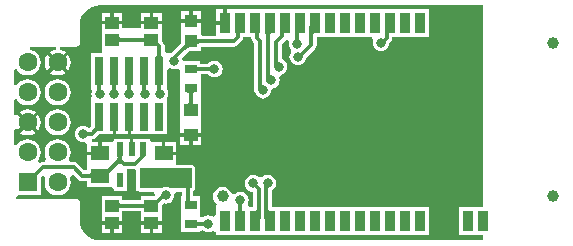
<source format=gbr>
%TF.GenerationSoftware,Altium Limited,Altium Designer,22.7.1 (60)*%
G04 Layer_Physical_Order=1*
G04 Layer_Color=255*
%FSLAX45Y45*%
%MOMM*%
%TF.SameCoordinates,4B427231-4539-4B88-BEA9-E7C0DB0DE592*%
%TF.FilePolarity,Positive*%
%TF.FileFunction,Copper,L1,Top,Signal*%
%TF.Part,Single*%
G01*
G75*
%TA.AperFunction,SMDPad,CuDef*%
%ADD10R,1.00000X0.80010*%
%ADD11R,1.50012X1.29997*%
%ADD12R,1.19990X1.10007*%
G04:AMPARAMS|DCode=13|XSize=1mm|YSize=1mm|CornerRadius=0.5mm|HoleSize=0mm|Usage=FLASHONLY|Rotation=0.000|XOffset=0mm|YOffset=0mm|HoleType=Round|Shape=RoundedRectangle|*
%AMROUNDEDRECTD13*
21,1,1.00000,0.00000,0,0,0.0*
21,1,0.00000,1.00000,0,0,0.0*
1,1,1.00000,0.00000,0.00000*
1,1,1.00000,0.00000,0.00000*
1,1,1.00000,0.00000,0.00000*
1,1,1.00000,0.00000,0.00000*
%
%ADD13ROUNDEDRECTD13*%
%ADD14R,1.08001X1.05004*%
%ADD15R,0.54991X1.19990*%
%ADD16R,0.94005X1.80010*%
%TA.AperFunction,ConnectorPad*%
%ADD17R,1.15011X1.05004*%
%TA.AperFunction,SMDPad,CuDef*%
%ADD18R,1.15011X1.05004*%
%ADD19R,0.75997X2.40005*%
%TA.AperFunction,Conductor*%
%ADD20C,0.30000*%
%TA.AperFunction,ComponentPad*%
%ADD21R,1.60000X1.60000*%
%ADD22C,1.60000*%
%TA.AperFunction,ViaPad*%
%ADD23C,0.80000*%
G36*
X4007612Y310022D02*
X3803000D01*
Y70013D01*
X4007612D01*
Y30588D01*
X758632D01*
X728277Y33577D01*
X725608Y34108D01*
X696418Y42963D01*
X693906Y44004D01*
X667003Y58384D01*
X664743Y59893D01*
X641164Y79244D01*
X639238Y81170D01*
X619888Y104749D01*
X618377Y107010D01*
X603998Y133912D01*
X602957Y136425D01*
X594102Y165615D01*
X593571Y168283D01*
X590581Y198638D01*
Y350012D01*
X588253Y361717D01*
X581623Y371641D01*
X571699Y378271D01*
X559994Y380600D01*
X54409D01*
X51702Y384709D01*
X52607Y390530D01*
X65171Y409710D01*
X259707D01*
Y564823D01*
X277095Y582210D01*
X283065Y581225D01*
X298569Y553326D01*
X296539Y548425D01*
X292759Y519709D01*
X296539Y490994D01*
X307623Y464235D01*
X325255Y441257D01*
X348233Y423625D01*
X374992Y412541D01*
X403708Y408760D01*
X432423Y412541D01*
X459182Y423625D01*
X482160Y441257D01*
X499792Y464235D01*
X510876Y490994D01*
X514657Y519709D01*
X510876Y548425D01*
X507037Y557693D01*
X522119Y585521D01*
X532825Y587289D01*
X577552Y542562D01*
X592437Y532616D01*
X609995Y529124D01*
X654987D01*
Y480007D01*
X864999D01*
X877504Y460186D01*
Y449984D01*
X992495D01*
Y629118D01*
X1060000D01*
X1066794Y623543D01*
Y472389D01*
X1067496Y468860D01*
Y449984D01*
X1076915D01*
X1085676Y444130D01*
X1097382Y441802D01*
X1217723D01*
X1230073Y416802D01*
X1221047Y405006D01*
X1109977D01*
Y368385D01*
X950013D01*
Y405006D01*
X775002D01*
Y240002D01*
Y192521D01*
X950013D01*
Y240002D01*
Y276622D01*
X1109977D01*
Y240002D01*
Y192521D01*
X1284989D01*
Y240002D01*
Y323791D01*
X1288783Y327878D01*
X1305337Y341332D01*
X1319987Y339403D01*
X1338261Y341809D01*
X1355289Y348862D01*
X1369912Y360082D01*
X1381132Y374705D01*
X1388185Y391733D01*
X1390591Y410007D01*
X1389696Y416801D01*
X1407049Y441802D01*
X1459118D01*
Y400027D01*
X1449995D01*
Y371273D01*
X1449712Y369893D01*
X1449995Y368430D01*
Y265007D01*
X1449994Y260017D01*
Y240007D01*
X1449995Y235017D01*
Y99997D01*
X1609994D01*
Y105190D01*
X1617995Y111120D01*
X1634994Y116309D01*
X1644705Y108858D01*
X1661733Y101804D01*
X1680007Y99398D01*
X1698280Y101804D01*
X1715309Y108858D01*
X1718009Y110929D01*
X1743009Y98601D01*
Y70013D01*
X3548014D01*
Y310022D01*
X2215882D01*
Y449302D01*
X2229930Y460082D01*
X2241150Y474705D01*
X2248204Y491733D01*
X2250610Y510007D01*
X2248204Y528280D01*
X2241150Y545309D01*
X2229930Y559931D01*
X2215308Y571151D01*
X2198279Y578205D01*
X2180006Y580610D01*
X2161732Y578205D01*
X2144704Y571151D01*
X2137223Y565411D01*
X2119998Y561954D01*
X2102774Y565411D01*
X2095293Y571151D01*
X2078264Y578205D01*
X2059991Y580610D01*
X2041717Y578205D01*
X2024689Y571151D01*
X2010066Y559931D01*
X1998846Y545309D01*
X1991793Y528280D01*
X1989387Y510007D01*
X1991793Y491733D01*
X1998846Y474705D01*
X2010066Y460082D01*
X2024689Y448862D01*
X2041717Y441809D01*
X2059119Y439518D01*
Y310022D01*
X2023730D01*
X2011153Y334700D01*
X2018207Y351728D01*
X2020613Y370002D01*
X2018207Y388275D01*
X2011153Y405304D01*
X1999933Y419926D01*
X1985311Y431146D01*
X1968282Y438200D01*
X1950009Y440606D01*
X1931735Y438200D01*
X1914707Y431146D01*
X1902986Y422153D01*
X1894723Y421734D01*
X1894417Y421787D01*
X1874912Y428188D01*
X1869876Y440344D01*
X1857053Y457056D01*
X1840342Y469879D01*
X1820881Y477940D01*
X1799996Y480689D01*
X1779112Y477940D01*
X1759651Y469879D01*
X1742940Y457056D01*
X1730117Y440344D01*
X1722056Y420883D01*
X1719306Y399999D01*
X1722056Y379115D01*
X1730117Y359654D01*
X1742940Y342943D01*
X1753262Y335022D01*
X1745415Y310022D01*
X1743009D01*
Y241404D01*
X1718009Y229075D01*
X1715309Y231147D01*
X1698280Y238200D01*
X1680007Y240606D01*
X1661733Y238200D01*
X1644705Y231147D01*
X1634994Y223696D01*
X1617995Y228885D01*
X1609994Y234814D01*
X1609994Y240007D01*
Y260017D01*
X1609994Y265007D01*
Y400027D01*
X1550882D01*
Y445173D01*
X1559243Y450760D01*
X1565874Y460684D01*
X1568202Y472389D01*
Y637616D01*
X1565874Y649322D01*
X1559243Y659245D01*
X1549320Y665875D01*
X1537614Y668204D01*
X1405004D01*
Y749997D01*
X1299997D01*
Y764997D01*
X1284997D01*
Y859996D01*
X1194992D01*
X1182487Y879816D01*
Y890019D01*
X1044995D01*
Y800024D01*
X1014995D01*
Y890019D01*
X877504D01*
Y879816D01*
X864999Y859996D01*
X774993D01*
Y764997D01*
X759993D01*
Y749997D01*
X654987D01*
Y669999D01*
Y620887D01*
X629000D01*
X570734Y679153D01*
X555849Y689098D01*
X538291Y692591D01*
X511627D01*
X499298Y717591D01*
X499792Y718235D01*
X510876Y744994D01*
X514657Y773709D01*
X510876Y802425D01*
X499792Y829184D01*
X482160Y852162D01*
X459182Y869794D01*
X432423Y880878D01*
X403708Y884658D01*
X374992Y880878D01*
X348233Y869794D01*
X325255Y852162D01*
X307623Y829184D01*
X296539Y802425D01*
X292759Y773709D01*
X296539Y744994D01*
X307623Y718235D01*
X308117Y717591D01*
X295788Y692591D01*
X276708D01*
X259149Y689098D01*
X250525Y683336D01*
X233204Y701829D01*
X245792Y718235D01*
X256876Y744994D01*
X260657Y773709D01*
X256876Y802425D01*
X245792Y829184D01*
X228160Y852162D01*
X205182Y869794D01*
X178423Y880878D01*
X149708Y884658D01*
X120992Y880878D01*
X94233Y869794D01*
X71255Y852162D01*
X55588Y831744D01*
X46907Y831991D01*
X30588Y838813D01*
Y962606D01*
X46907Y969428D01*
X55588Y969674D01*
X62045Y961260D01*
X128495Y1027709D01*
X62045Y1094159D01*
X55588Y1085744D01*
X46907Y1085991D01*
X30588Y1092813D01*
Y1216606D01*
X46907Y1223428D01*
X55588Y1223674D01*
X71255Y1203257D01*
X94233Y1185625D01*
X120992Y1174541D01*
X149708Y1170760D01*
X178423Y1174541D01*
X205182Y1185625D01*
X228160Y1203257D01*
X245792Y1226235D01*
X256876Y1252994D01*
X260657Y1281709D01*
X256876Y1310425D01*
X245792Y1337184D01*
X228160Y1360162D01*
X205182Y1377794D01*
X178423Y1388878D01*
X149708Y1392658D01*
X120992Y1388878D01*
X94233Y1377794D01*
X71255Y1360162D01*
X55588Y1339744D01*
X46907Y1339991D01*
X30588Y1346813D01*
Y1470606D01*
X46907Y1477428D01*
X55588Y1477674D01*
X71255Y1457257D01*
X94233Y1439625D01*
X120992Y1428541D01*
X149708Y1424760D01*
X178423Y1428541D01*
X205182Y1439625D01*
X228160Y1457257D01*
X245792Y1480235D01*
X256876Y1506994D01*
X260657Y1535709D01*
X256876Y1564425D01*
X245792Y1591184D01*
X228160Y1614162D01*
X205182Y1631794D01*
X178423Y1642878D01*
X166794Y1644409D01*
X168432Y1669409D01*
X384983D01*
X386622Y1644409D01*
X374992Y1642878D01*
X348233Y1631794D01*
X337258Y1623372D01*
X403708Y1556922D01*
X470157Y1623372D01*
X459182Y1631794D01*
X432423Y1642878D01*
X420794Y1644409D01*
X422432Y1669409D01*
X559994D01*
X571699Y1671737D01*
X581623Y1678368D01*
X588253Y1688291D01*
X590581Y1699997D01*
Y1851371D01*
X593571Y1881725D01*
X594102Y1884395D01*
X602956Y1913583D01*
X603998Y1916097D01*
X618377Y1942998D01*
X619888Y1945260D01*
X639237Y1968837D01*
X641166Y1970766D01*
X664741Y1990113D01*
X667005Y1991626D01*
X693903Y2006004D01*
X696421Y2007047D01*
X725607Y2015900D01*
X728278Y2016431D01*
X758632Y2019421D01*
X4007612D01*
Y310022D01*
D02*
G37*
G36*
X942630Y742719D02*
X942870Y740559D01*
X955334Y740639D01*
X952880Y740341D01*
X950684Y739483D01*
X948747Y738064D01*
X947067Y736083D01*
X945647Y733542D01*
X944550Y730614D01*
X945812Y726037D01*
X947721Y720828D01*
X950054Y715794D01*
X952812Y710936D01*
X955994Y706254D01*
X959600Y701748D01*
X963631Y697418D01*
X948631Y669991D01*
X944388Y673810D01*
X940146Y676779D01*
X935903Y678901D01*
X931660Y680174D01*
X927418Y680598D01*
X923175Y680174D01*
X918932Y678901D01*
X914690Y676779D01*
X910447Y673810D01*
X906205Y669991D01*
X891205Y697418D01*
X895235Y701748D01*
X898841Y706254D01*
X902023Y710936D01*
X904781Y715794D01*
X907115Y720828D01*
X909024Y726037D01*
X910509Y731422D01*
X911066Y734344D01*
X910758Y735867D01*
X910159Y737821D01*
X909468Y739217D01*
X908684Y740055D01*
X907809Y740334D01*
X911944Y740360D01*
X912206Y742719D01*
X912418Y748631D01*
X942418D01*
X942630Y742719D01*
D02*
G37*
G36*
X855908Y619695D02*
X850831Y614409D01*
X842628Y604533D01*
X839501Y599943D01*
X837025Y595585D01*
X835198Y591458D01*
X834021Y587563D01*
X833494Y583900D01*
X833617Y580468D01*
X834390Y577268D01*
X812273Y639394D01*
X813685Y636834D01*
X815726Y635321D01*
X818397Y634855D01*
X821696Y635436D01*
X825624Y637064D01*
X830181Y639740D01*
X835367Y643462D01*
X841182Y648232D01*
X854699Y660912D01*
X855908Y619695D01*
D02*
G37*
G36*
X685292Y545005D02*
X684992Y547855D01*
X684092Y550405D01*
X682592Y552655D01*
X680492Y554605D01*
X677792Y556255D01*
X674492Y557605D01*
X670592Y558655D01*
X666092Y559405D01*
X660992Y559855D01*
X655292Y560005D01*
Y590005D01*
X660992Y590155D01*
X666092Y590605D01*
X670592Y591355D01*
X674492Y592405D01*
X677792Y593755D01*
X680492Y595405D01*
X682592Y597355D01*
X684092Y599605D01*
X684992Y602155D01*
X685292Y605005D01*
Y545005D01*
D02*
G37*
G36*
X1537614Y472389D02*
X1352301D01*
X1338261Y478205D01*
X1319987Y480611D01*
X1301714Y478205D01*
X1287674Y472389D01*
X1097382D01*
Y637616D01*
X1537614D01*
Y472389D01*
D02*
G37*
G36*
X1520150Y393979D02*
X1520600Y388839D01*
X1521350Y384302D01*
X1522400Y380368D01*
X1523750Y377036D01*
X1525400Y374307D01*
X1527350Y372180D01*
X1529600Y370657D01*
X1532150Y369736D01*
X1535000Y369418D01*
X1480299Y369722D01*
X1482142Y370022D01*
X1483792Y370922D01*
X1485247Y372422D01*
X1486508Y374522D01*
X1487575Y377223D01*
X1488448Y380522D01*
X1489127Y384422D01*
X1489612Y388922D01*
X1490000Y399722D01*
X1520000D01*
X1520150Y393979D01*
D02*
G37*
G36*
X1140587Y292504D02*
X1140284Y295354D01*
X1139375Y297904D01*
X1137860Y300154D01*
X1135738Y302104D01*
X1133011Y303754D01*
X1129677Y305104D01*
X1125738Y306154D01*
X1121192Y306904D01*
X1116040Y307354D01*
X1110282Y307504D01*
Y337504D01*
X1116040Y337654D01*
X1121192Y338104D01*
X1125738Y338854D01*
X1129677Y339904D01*
X1133011Y341254D01*
X1135738Y342904D01*
X1137860Y344854D01*
X1139375Y347104D01*
X1140284Y349654D01*
X1140587Y352504D01*
Y292504D01*
D02*
G37*
G36*
X919707Y349654D02*
X920616Y347104D01*
X922131Y344854D01*
X924253Y342904D01*
X926980Y341254D01*
X930314Y339904D01*
X934253Y338854D01*
X938799Y338104D01*
X943951Y337654D01*
X949709Y337504D01*
Y307504D01*
X943951Y307354D01*
X938799Y306904D01*
X934253Y306154D01*
X930314Y305104D01*
X926980Y303754D01*
X924253Y302104D01*
X922131Y300154D01*
X920616Y297904D01*
X919707Y295354D01*
X919404Y292504D01*
Y352504D01*
X919707Y349654D01*
D02*
G37*
G36*
X2185150Y303978D02*
X2185600Y298840D01*
X2186350Y294304D01*
X2187400Y290371D01*
X2188750Y287039D01*
X2190400Y284310D01*
X2192350Y282182D01*
X2194600Y280657D01*
X2197150Y279734D01*
X2200000Y279413D01*
X2154314Y279718D01*
X2154444Y280017D01*
X2154561Y280917D01*
X2154664Y282418D01*
X2154993Y304017D01*
X2155000Y309717D01*
X2185000D01*
X2185150Y303978D01*
D02*
G37*
G36*
X2120709Y279718D02*
X2075000Y279413D01*
X2077850Y279734D01*
X2080400Y280657D01*
X2082650Y282182D01*
X2084600Y284310D01*
X2086250Y287039D01*
X2087600Y290371D01*
X2088650Y294304D01*
X2089400Y298840D01*
X2089850Y303978D01*
X2090000Y309717D01*
X2120000D01*
X2120709Y279718D01*
D02*
G37*
%LPC*%
G36*
X1613995Y1970001D02*
X1544994D01*
Y1902499D01*
X1613995D01*
Y1970001D01*
D02*
G37*
G36*
X1514994D02*
X1445994D01*
Y1902499D01*
X1514994D01*
Y1970001D01*
D02*
G37*
G36*
X1284989Y1954990D02*
X1212483D01*
Y1887488D01*
X1284989D01*
Y1954990D01*
D02*
G37*
G36*
X950013D02*
X877508D01*
Y1887488D01*
X950013D01*
Y1954990D01*
D02*
G37*
G36*
X1182483D02*
X1109977D01*
Y1887488D01*
X1182483D01*
Y1954990D01*
D02*
G37*
G36*
X847508D02*
X775002D01*
Y1887488D01*
X847508D01*
Y1954990D01*
D02*
G37*
G36*
X1805012Y1990004D02*
X1743009D01*
Y1884999D01*
X1805012D01*
Y1990004D01*
D02*
G37*
G36*
X3548014D02*
X1835012D01*
Y1869999D01*
X1820012D01*
Y1854999D01*
X1743009D01*
Y1758375D01*
X1631672D01*
X1613995Y1776053D01*
X1613995Y1794995D01*
X1613995Y1819995D01*
Y1872499D01*
X1529994D01*
X1445994D01*
Y1819995D01*
X1445994Y1804998D01*
X1445994Y1779997D01*
Y1694492D01*
X1439790Y1687196D01*
X1370287Y1617717D01*
X1357004Y1612215D01*
X1332004Y1614999D01*
X1332004D01*
X1309887Y1621959D01*
Y1670990D01*
X1306395Y1688548D01*
X1296449Y1703433D01*
X1285000Y1714882D01*
Y1825000D01*
X1284989D01*
Y1857488D01*
X1197483D01*
X1109977D01*
Y1825000D01*
X950013D01*
Y1857488D01*
X862508D01*
X775002D01*
Y1789986D01*
Y1645003D01*
Y1614998D01*
X688007D01*
Y1314994D01*
X688007D01*
X692508Y1289994D01*
X691795Y1288274D01*
X689390Y1270000D01*
X691795Y1251726D01*
X692508Y1250006D01*
X688007Y1225006D01*
X688007D01*
Y996144D01*
X682552Y991252D01*
X667667Y981643D01*
X655291Y991140D01*
X638262Y998194D01*
X619989Y1000599D01*
X601715Y998194D01*
X584687Y991140D01*
X570064Y979920D01*
X558844Y965298D01*
X551791Y948269D01*
X549385Y929996D01*
X551791Y911722D01*
X558844Y894694D01*
X570064Y880071D01*
X584687Y868851D01*
X601715Y861798D01*
X619989Y859392D01*
X630299Y860749D01*
X649389Y848404D01*
X654987Y841666D01*
Y779997D01*
X744993D01*
Y859996D01*
X696890D01*
X694428Y884996D01*
X707554Y887607D01*
X722439Y897552D01*
X749888Y925002D01*
X868006D01*
Y1075004D01*
X898006D01*
Y925002D01*
X995006D01*
Y1075004D01*
X1025006D01*
Y925002D01*
X1332004D01*
Y1225006D01*
X1332004Y1225006D01*
X1336683Y1248068D01*
X1338198Y1251726D01*
X1340604Y1270000D01*
X1338198Y1288274D01*
X1337157Y1290788D01*
X1332004Y1314994D01*
X1332004D01*
X1332004Y1314994D01*
Y1474860D01*
X1347810Y1484690D01*
X1357004Y1488007D01*
X1371716Y1481913D01*
X1389990Y1479507D01*
X1408263Y1481913D01*
X1417347Y1485676D01*
X1437163Y1472846D01*
X1439999Y1468996D01*
X1440000Y965000D01*
Y934988D01*
X1529994D01*
X1619989D01*
Y1004992D01*
X1619989D01*
Y1044992D01*
X1619989D01*
Y1214999D01*
X1619989D01*
Y1434126D01*
X1676967D01*
X1680070Y1430083D01*
X1694692Y1418863D01*
X1711720Y1411809D01*
X1729994Y1409403D01*
X1748268Y1411809D01*
X1765296Y1418863D01*
X1779918Y1430083D01*
X1791139Y1444705D01*
X1798192Y1461734D01*
X1800598Y1480007D01*
X1798192Y1498281D01*
X1791139Y1515309D01*
X1779918Y1529932D01*
X1765296Y1541152D01*
X1748268Y1548205D01*
X1729994Y1550611D01*
X1711720Y1548205D01*
X1694692Y1541152D01*
X1680070Y1529932D01*
X1676967Y1525889D01*
X1609994D01*
Y1550012D01*
X1460681D01*
X1460593Y1550111D01*
X1458188Y1568385D01*
X1456005Y1573655D01*
X1504876Y1622509D01*
X1509595Y1626893D01*
X1513225Y1629802D01*
X1513495Y1629992D01*
X1613995D01*
Y1666612D01*
X1892503D01*
X1910061Y1670104D01*
X1924946Y1680050D01*
X1962443Y1717547D01*
X1972389Y1732432D01*
X1975881Y1749990D01*
Y1749994D01*
X2044118D01*
Y1740000D01*
X2047611Y1722442D01*
X2057557Y1707557D01*
X2069119Y1695995D01*
Y1299998D01*
X2069665Y1297252D01*
X2071695Y1281832D01*
X2078748Y1264803D01*
X2089968Y1250181D01*
X2104591Y1238961D01*
X2121619Y1231907D01*
X2139893Y1229501D01*
X2158166Y1231907D01*
X2175195Y1238961D01*
X2189817Y1250181D01*
X2201038Y1264803D01*
X2208091Y1281832D01*
X2210497Y1300105D01*
X2230717Y1314590D01*
X2247745Y1321643D01*
X2262368Y1332863D01*
X2273588Y1347486D01*
X2280641Y1364514D01*
X2283047Y1382788D01*
X2280641Y1401061D01*
X2279092Y1404801D01*
X2292035Y1430749D01*
X2293786Y1431951D01*
X2294019Y1431982D01*
X2311047Y1439035D01*
X2325670Y1450255D01*
X2336890Y1464878D01*
X2343943Y1481906D01*
X2346349Y1500180D01*
X2343943Y1518453D01*
X2336890Y1535482D01*
X2325670Y1550104D01*
X2311047Y1561325D01*
X2300882Y1565535D01*
Y1690995D01*
X2332443Y1722557D01*
X2337981Y1730844D01*
X2344279Y1731305D01*
X2361795Y1708262D01*
X2359389Y1689989D01*
X2361795Y1671715D01*
X2368848Y1654687D01*
X2380068Y1640065D01*
X2375137Y1615361D01*
X2368084Y1598333D01*
X2365678Y1580059D01*
X2368084Y1561786D01*
X2375137Y1544757D01*
X2386358Y1530135D01*
X2400980Y1518915D01*
X2418009Y1511861D01*
X2436282Y1509455D01*
X2454556Y1511861D01*
X2471584Y1518915D01*
X2486207Y1530135D01*
X2497427Y1544757D01*
X2504480Y1561786D01*
X2506422Y1576536D01*
X2582443Y1652557D01*
X2592389Y1667442D01*
X2595882Y1685000D01*
Y1749994D01*
X3058880D01*
X3062240Y1747522D01*
X3074586Y1724994D01*
X3071801Y1718270D01*
X3069395Y1699997D01*
X3071801Y1681723D01*
X3078854Y1664695D01*
X3090074Y1650072D01*
X3104697Y1638852D01*
X3121725Y1631799D01*
X3139999Y1629393D01*
X3158272Y1631799D01*
X3175301Y1638852D01*
X3189923Y1650072D01*
X3201143Y1664695D01*
X3208197Y1681723D01*
X3210407Y1698508D01*
X3222443Y1710544D01*
X3232389Y1725429D01*
X3235882Y1742987D01*
Y1749994D01*
X3548014D01*
Y1990004D01*
D02*
G37*
G36*
X316045Y1602159D02*
X307623Y1591184D01*
X296539Y1564425D01*
X292759Y1535709D01*
X296539Y1506994D01*
X307623Y1480235D01*
X316045Y1469260D01*
X382495Y1535709D01*
X316045Y1602159D01*
D02*
G37*
G36*
X491370D02*
X424921Y1535709D01*
X491371Y1469259D01*
X499792Y1480235D01*
X510876Y1506994D01*
X514657Y1535709D01*
X510876Y1564425D01*
X499792Y1591184D01*
X491370Y1602159D01*
D02*
G37*
G36*
X403708Y1514496D02*
X337258Y1448047D01*
X348233Y1439625D01*
X374992Y1428541D01*
X403708Y1424760D01*
X432423Y1428541D01*
X459182Y1439625D01*
X470158Y1448046D01*
X403708Y1514496D01*
D02*
G37*
G36*
Y1392658D02*
X374992Y1388878D01*
X348233Y1377794D01*
X325255Y1360162D01*
X307623Y1337184D01*
X296539Y1310425D01*
X292759Y1281709D01*
X296539Y1252994D01*
X307623Y1226235D01*
X325255Y1203257D01*
X348233Y1185625D01*
X374992Y1174541D01*
X403708Y1170760D01*
X432423Y1174541D01*
X459182Y1185625D01*
X482160Y1203257D01*
X499792Y1226235D01*
X510876Y1252994D01*
X514657Y1281709D01*
X510876Y1310425D01*
X499792Y1337184D01*
X482160Y1360162D01*
X459182Y1377794D01*
X432423Y1388878D01*
X403708Y1392658D01*
D02*
G37*
G36*
X149708Y1138658D02*
X120992Y1134878D01*
X94233Y1123794D01*
X83258Y1115372D01*
X149708Y1048922D01*
X216157Y1115372D01*
X205182Y1123794D01*
X178423Y1134878D01*
X149708Y1138658D01*
D02*
G37*
G36*
X237370Y1094159D02*
X170921Y1027709D01*
X237371Y961259D01*
X245792Y972235D01*
X256876Y998994D01*
X260657Y1027709D01*
X256876Y1056425D01*
X245792Y1083184D01*
X237370Y1094159D01*
D02*
G37*
G36*
X403708Y1138658D02*
X374992Y1134878D01*
X348233Y1123794D01*
X325255Y1106162D01*
X307623Y1083184D01*
X296539Y1056425D01*
X292759Y1027709D01*
X296539Y998994D01*
X307623Y972235D01*
X325255Y949257D01*
X348233Y931625D01*
X374992Y920541D01*
X403708Y916760D01*
X432423Y920541D01*
X459182Y931625D01*
X482160Y949257D01*
X499792Y972235D01*
X510876Y998994D01*
X514657Y1027709D01*
X510876Y1056425D01*
X499792Y1083184D01*
X482160Y1106162D01*
X459182Y1123794D01*
X432423Y1134878D01*
X403708Y1138658D01*
D02*
G37*
G36*
X149708Y1006496D02*
X83258Y940047D01*
X94233Y931625D01*
X120992Y920541D01*
X149708Y916760D01*
X178423Y920541D01*
X205182Y931625D01*
X216158Y940046D01*
X149708Y1006496D01*
D02*
G37*
G36*
X1619989Y904988D02*
X1544994D01*
Y834984D01*
X1619989D01*
Y904988D01*
D02*
G37*
G36*
X1514994D02*
X1440000D01*
Y834984D01*
X1514994D01*
Y904988D01*
D02*
G37*
G36*
X1314997Y859996D02*
Y779997D01*
X1405004D01*
Y859996D01*
X1314997D01*
D02*
G37*
G36*
X1284989Y162521D02*
X1212483D01*
Y95019D01*
X1284989D01*
Y162521D01*
D02*
G37*
G36*
X1182483D02*
X1109977D01*
Y95019D01*
X1182483D01*
Y162521D01*
D02*
G37*
G36*
X950013D02*
X877508D01*
Y95019D01*
X950013D01*
Y162521D01*
D02*
G37*
G36*
X847508D02*
X775002D01*
Y95019D01*
X847508D01*
Y162521D01*
D02*
G37*
%LPD*%
G36*
X2323342Y1780335D02*
X2321591Y1779557D01*
X2320046Y1778269D01*
X2318708Y1776473D01*
X2317575Y1774167D01*
X2316648Y1771352D01*
X2315927Y1768028D01*
X2315412Y1764194D01*
X2315103Y1759852D01*
X2315000Y1755000D01*
X2285000D01*
X2284963Y1759807D01*
X2284078Y1773974D01*
X2283673Y1776251D01*
X2283194Y1778022D01*
X2282641Y1779287D01*
X2282014Y1780046D01*
X2281314Y1780299D01*
X2325299Y1780604D01*
X2323342Y1780335D01*
D02*
G37*
G36*
X2577150Y1780282D02*
X2574600Y1779359D01*
X2572350Y1777833D01*
X2570400Y1775706D01*
X2568750Y1772976D01*
X2567400Y1769645D01*
X2566350Y1765711D01*
X2565600Y1761176D01*
X2565150Y1756038D01*
X2565000Y1750299D01*
X2535000D01*
X2535314Y1780299D01*
X2580000Y1780604D01*
X2577150Y1780282D01*
D02*
G37*
G36*
X2212150Y1780300D02*
X2209600Y1779391D01*
X2207350Y1777876D01*
X2205400Y1775755D01*
X2203750Y1773027D01*
X2202400Y1769694D01*
X2201350Y1765754D01*
X2200600Y1761209D01*
X2200150Y1756057D01*
X2200000Y1750299D01*
X2170000D01*
X2169850Y1756057D01*
X2169400Y1761209D01*
X2168650Y1765754D01*
X2167600Y1769694D01*
X2166250Y1773027D01*
X2164600Y1775755D01*
X2162650Y1777876D01*
X2160400Y1779391D01*
X2157850Y1780300D01*
X2155000Y1780604D01*
X2215000D01*
X2212150Y1780300D01*
D02*
G37*
G36*
X1140587Y1697505D02*
X1140284Y1700355D01*
X1139375Y1702905D01*
X1137860Y1705155D01*
X1135738Y1707105D01*
X1133011Y1708755D01*
X1129677Y1710105D01*
X1125738Y1711155D01*
X1121192Y1711905D01*
X1116040Y1712355D01*
X1110282Y1712505D01*
Y1742505D01*
X1116040Y1742655D01*
X1121192Y1743105D01*
X1125738Y1743855D01*
X1129677Y1744905D01*
X1133011Y1746255D01*
X1135738Y1747905D01*
X1137860Y1749855D01*
X1139375Y1752105D01*
X1140284Y1754655D01*
X1140587Y1757505D01*
Y1697505D01*
D02*
G37*
G36*
X919707Y1754655D02*
X920616Y1752105D01*
X922131Y1749855D01*
X924253Y1747905D01*
X926980Y1746255D01*
X930314Y1744905D01*
X934253Y1743855D01*
X938799Y1743105D01*
X943951Y1742655D01*
X949709Y1742505D01*
Y1712505D01*
X943951Y1712355D01*
X938799Y1711905D01*
X934253Y1711155D01*
X930314Y1710105D01*
X926980Y1708755D01*
X924253Y1707105D01*
X922131Y1705155D01*
X920616Y1702905D01*
X919707Y1700355D01*
X919404Y1697505D01*
Y1757505D01*
X919707Y1754655D01*
D02*
G37*
G36*
X1583688Y1739643D02*
X1584597Y1737093D01*
X1586113Y1734843D01*
X1588234Y1732893D01*
X1590962Y1731243D01*
X1594295Y1729893D01*
X1598235Y1728843D01*
X1602780Y1728093D01*
X1607932Y1727643D01*
X1613690Y1727493D01*
Y1697493D01*
X1607932Y1697343D01*
X1602780Y1696893D01*
X1598235Y1696143D01*
X1594295Y1695093D01*
X1590962Y1693743D01*
X1588234Y1692093D01*
X1586113Y1690143D01*
X1584597Y1687894D01*
X1583688Y1685343D01*
X1583385Y1682493D01*
Y1742493D01*
X1583688Y1739643D01*
D02*
G37*
G36*
X1520213Y1660601D02*
X1517840Y1662201D01*
X1515052Y1662968D01*
X1511848Y1662901D01*
X1508228Y1662000D01*
X1504193Y1660265D01*
X1499741Y1657697D01*
X1494874Y1654295D01*
X1489592Y1650059D01*
X1477779Y1639087D01*
X1455082Y1658817D01*
X1461119Y1665061D01*
X1470604Y1676215D01*
X1474051Y1681124D01*
X1476635Y1685588D01*
X1478355Y1689608D01*
X1479212Y1693182D01*
X1479206Y1696312D01*
X1478337Y1698996D01*
X1476604Y1701236D01*
X1520213Y1660601D01*
D02*
G37*
G36*
X1279156Y1608935D02*
X1279606Y1603783D01*
X1280356Y1599238D01*
X1281406Y1595298D01*
X1282756Y1591965D01*
X1284406Y1589237D01*
X1286356Y1587116D01*
X1288605Y1585601D01*
X1291156Y1584692D01*
X1294006Y1584389D01*
X1234006D01*
X1236856Y1584692D01*
X1239406Y1585601D01*
X1241656Y1587116D01*
X1243606Y1589237D01*
X1245256Y1591965D01*
X1246606Y1595298D01*
X1247656Y1599238D01*
X1248406Y1603783D01*
X1248856Y1608935D01*
X1249006Y1614693D01*
X1279006D01*
X1279156Y1608935D01*
D02*
G37*
G36*
X1579688Y1507157D02*
X1580597Y1504607D01*
X1582112Y1502357D01*
X1584234Y1500407D01*
X1586961Y1498757D01*
X1590295Y1497407D01*
X1594234Y1496357D01*
X1598780Y1495607D01*
X1603932Y1495157D01*
X1609689Y1495007D01*
Y1465007D01*
X1603932Y1464857D01*
X1598780Y1464407D01*
X1594234Y1463657D01*
X1590295Y1462607D01*
X1586961Y1461257D01*
X1584234Y1459607D01*
X1582112Y1457657D01*
X1580597Y1455407D01*
X1579688Y1452857D01*
X1579385Y1450007D01*
Y1510007D01*
X1579688Y1507157D01*
D02*
G37*
G36*
X1557144Y1280289D02*
X1554594Y1279380D01*
X1552344Y1277864D01*
X1550394Y1275743D01*
X1548744Y1273015D01*
X1547394Y1269682D01*
X1546344Y1265742D01*
X1545594Y1261197D01*
X1545144Y1256045D01*
X1544994Y1250287D01*
X1514994D01*
X1514844Y1256045D01*
X1514394Y1261197D01*
X1513644Y1265742D01*
X1512594Y1269682D01*
X1511244Y1273015D01*
X1509594Y1275743D01*
X1507644Y1277864D01*
X1505394Y1279380D01*
X1502844Y1280289D01*
X1499994Y1280592D01*
X1559994D01*
X1557144Y1280289D01*
D02*
G37*
G36*
X1545144Y1208936D02*
X1545594Y1203784D01*
X1546344Y1199239D01*
X1547394Y1195299D01*
X1548744Y1191966D01*
X1550394Y1189238D01*
X1552344Y1187117D01*
X1554594Y1185601D01*
X1557144Y1184692D01*
X1559994Y1184389D01*
X1499994D01*
X1502844Y1184692D01*
X1505394Y1185601D01*
X1507644Y1187117D01*
X1509594Y1189238D01*
X1511244Y1191966D01*
X1512594Y1195299D01*
X1513644Y1199239D01*
X1514394Y1203784D01*
X1514844Y1208936D01*
X1514994Y1214694D01*
X1544994D01*
X1545144Y1208936D01*
D02*
G37*
D10*
X1529994Y170002D02*
D03*
Y330022D02*
D03*
Y1480007D02*
D03*
Y1319987D02*
D03*
D11*
X1299997Y764997D02*
D03*
Y575005D02*
D03*
X759993Y764997D02*
D03*
Y575005D02*
D03*
D12*
X1529994Y1129995D02*
D03*
Y919988D02*
D03*
D13*
X1799996Y399999D02*
D03*
X4599991D02*
D03*
Y1699997D02*
D03*
D14*
X1529994Y1712493D02*
D03*
Y1887499D02*
D03*
D15*
X1124991Y539979D02*
D03*
X934999D02*
D03*
Y800024D02*
D03*
X1029995D02*
D03*
X1124991D02*
D03*
D16*
X3471012Y190017D02*
D03*
Y1869999D02*
D03*
X4007002Y190017D02*
D03*
X3880002D02*
D03*
X3344012D02*
D03*
X3217012D02*
D03*
X3090012D02*
D03*
X2963012D02*
D03*
X2836012D02*
D03*
X2709012D02*
D03*
X2582012D02*
D03*
X2455012D02*
D03*
X2328012D02*
D03*
X2201012D02*
D03*
X2074012D02*
D03*
X1947012D02*
D03*
X1820012D02*
D03*
X3344012Y1869999D02*
D03*
X3217012D02*
D03*
X3090012D02*
D03*
X2963012D02*
D03*
X2836012D02*
D03*
X2709012D02*
D03*
X2582012D02*
D03*
X2455012D02*
D03*
X2328012D02*
D03*
X2201012D02*
D03*
X2074012D02*
D03*
X1947012D02*
D03*
X1820012D02*
D03*
D17*
X1197483Y322504D02*
D03*
Y177521D02*
D03*
X862508D02*
D03*
Y322504D02*
D03*
D18*
Y1727505D02*
D03*
Y1872488D02*
D03*
X1197483D02*
D03*
Y1727505D02*
D03*
D19*
X1264006Y1464996D02*
D03*
Y1075004D02*
D03*
X1137006Y1464996D02*
D03*
Y1075004D02*
D03*
X1010006Y1464996D02*
D03*
Y1075004D02*
D03*
X883006Y1464996D02*
D03*
Y1075004D02*
D03*
X756006Y1464996D02*
D03*
Y1075004D02*
D03*
D20*
X1930000Y1749990D02*
Y1852987D01*
X1892503Y1712493D02*
X1930000Y1749990D01*
Y1852987D02*
X1947012Y1869999D01*
X1389990Y1550111D02*
Y1572538D01*
X1529994Y1712493D01*
X2434267Y1578044D02*
X2436282Y1580059D01*
X2185000Y1380008D02*
Y1853987D01*
X2434267Y1575000D02*
X2440000D01*
X2434267D02*
Y1578044D01*
X2255000Y1500180D02*
X2275746D01*
X2255000D02*
Y1710000D01*
X2210003Y1380348D02*
X2212443Y1382788D01*
X2210003Y1380007D02*
Y1380348D01*
X2139893Y1299997D02*
Y1300105D01*
X2115000Y1299997D02*
X2139893D01*
X880008Y1270000D02*
X880105Y1269903D01*
X2440000Y1575000D02*
X2550000Y1685000D01*
X2429993Y1689989D02*
Y1844980D01*
X1529994Y1480007D02*
X1729994D01*
X2185000Y1380007D02*
X2210003D01*
X3147009Y1699997D02*
X3190000Y1742987D01*
Y1842987D01*
X3217012Y1869999D01*
X3139999Y1699997D02*
X3147009D01*
X2550000Y1837987D02*
X2582012Y1869999D01*
X2550000Y1685000D02*
Y1837987D01*
X2429993Y1844980D02*
X2455012Y1869999D01*
X2115000Y1299998D02*
Y1715000D01*
Y1299998D02*
X2115000Y1299997D01*
X2185000Y1380008D02*
X2185000Y1380007D01*
X2185000Y1853987D02*
X2201012Y1869999D01*
X2090000Y1740000D02*
X2115000Y1715000D01*
X2074012Y1869999D02*
X2090000Y1854011D01*
Y1740000D02*
Y1854011D01*
X2255000Y1710000D02*
X2300000Y1755000D01*
Y1841987D02*
X2328012Y1869999D01*
X2300000Y1755000D02*
Y1841987D01*
X2170000Y220984D02*
X2201012Y189992D01*
X2170000Y500001D02*
X2180006Y510007D01*
X2170000Y220984D02*
Y500001D01*
X2059991Y510007D02*
X2105000Y464997D01*
X2074012Y189992D02*
X2105000Y220981D01*
Y464997D01*
X1505000Y354991D02*
X1529994Y329997D01*
X1470000Y570001D02*
X1505000Y535001D01*
Y354991D02*
Y535001D01*
X1197508Y322504D02*
X1212504D01*
X1300007Y410007D02*
X1319987D01*
X1212504Y322504D02*
X1300007Y410007D01*
X927418Y712418D02*
X964836Y675000D01*
X1060000D02*
X1124991Y739991D01*
X964836Y675000D02*
X1060000D01*
X790005Y575005D02*
X927418Y712418D01*
Y792442D01*
X934999Y800024D01*
X1124991Y739991D02*
Y799998D01*
X759993Y575005D02*
X790005D01*
X619989Y929996D02*
X689996D01*
X756006Y996006D02*
Y1075004D01*
X689996Y929996D02*
X756006Y996006D01*
X276708Y646709D02*
X538291D01*
X609995Y575005D02*
X759993D01*
X538291Y646709D02*
X609995Y575005D01*
X149708Y519709D02*
X276708Y646709D01*
X1529994Y1712493D02*
X1892503D01*
X1529994Y1129995D02*
Y1319987D01*
X1950009Y177013D02*
Y370002D01*
X1947012Y189992D02*
X1950009Y177013D01*
X1529994Y170002D02*
X1680007D01*
X1264006Y1275994D02*
X1270000Y1270000D01*
X1264006Y1464996D02*
Y1670990D01*
Y1275994D02*
Y1464996D01*
X1207491Y1727505D02*
X1264006Y1670990D01*
X1197508Y1727505D02*
X1207491D01*
X1137006Y1272997D02*
X1140003Y1270000D01*
X1137006Y1272997D02*
Y1464996D01*
X862508Y1727505D02*
X1197508D01*
X1010006Y1270000D02*
Y1464996D01*
X883006Y1272997D02*
Y1464996D01*
X880008Y1270000D02*
X883006Y1272997D01*
X862508Y322504D02*
X1197508D01*
X756006Y1273988D02*
X759993Y1270000D01*
X756006Y1273988D02*
Y1464996D01*
D21*
X149708Y519709D02*
D03*
D22*
X403708Y1281709D02*
D03*
X149708Y1535709D02*
D03*
Y1281709D02*
D03*
X403708Y1027709D02*
D03*
X149708D02*
D03*
X403708Y773709D02*
D03*
X149708D02*
D03*
X403708Y519709D02*
D03*
Y1535709D02*
D03*
D23*
X2436282Y1580059D02*
D03*
X2275746Y1500180D02*
D03*
X2139893Y1300105D02*
D03*
X2212443Y1382788D02*
D03*
X880105Y1269903D02*
D03*
X2429993Y1689989D02*
D03*
X1729994Y1480007D02*
D03*
X1010006Y1270000D02*
D03*
X1270000D02*
D03*
X1140003D02*
D03*
X1969999Y1450010D02*
D03*
X759993Y1270000D02*
D03*
X3599993Y799998D02*
D03*
X2699995D02*
D03*
X1799996D02*
D03*
X1950009Y370002D02*
D03*
X1319987Y410007D02*
D03*
X1680007Y170002D02*
D03*
X3139999Y1699997D02*
D03*
X2180006Y510007D02*
D03*
X2699995Y1199998D02*
D03*
X2059991Y510007D02*
D03*
X619989Y929996D02*
D03*
X1470000Y570001D02*
D03*
X1389990Y1550111D02*
D03*
X3599993Y1199998D02*
D03*
%TF.MD5,d4c60d8ee71d43ae9cf4bb93e82ecfad*%
M02*

</source>
